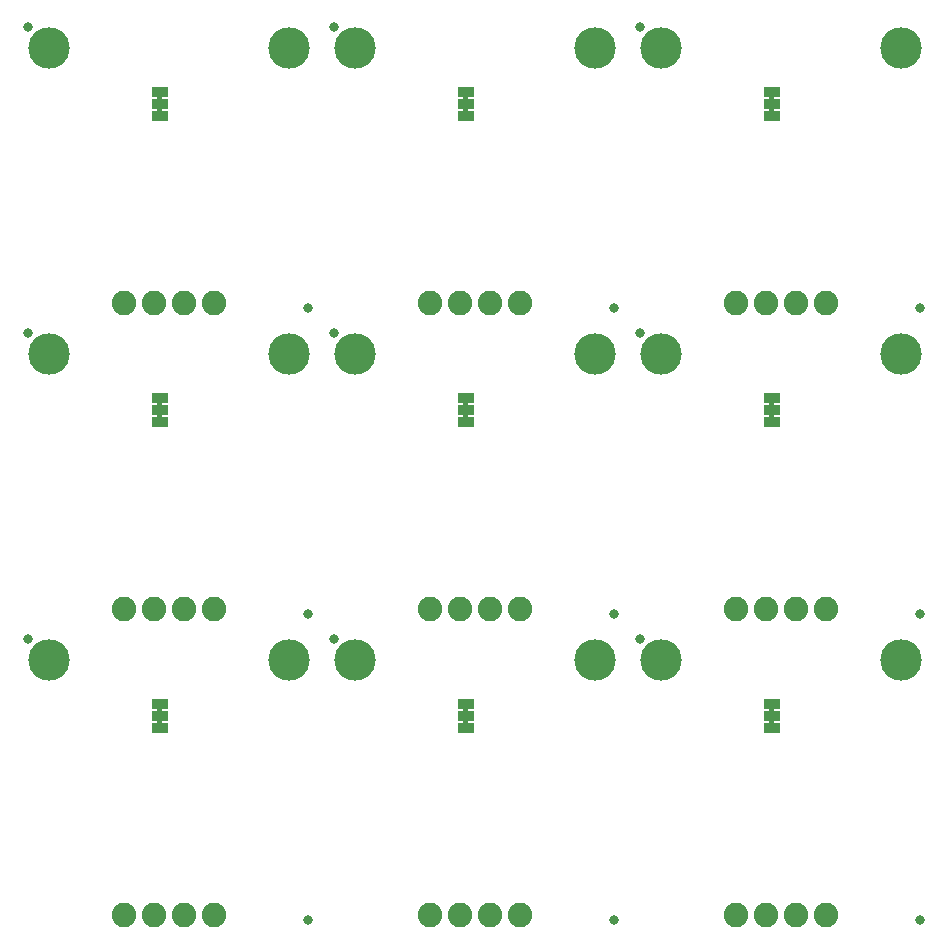
<source format=gbs>
G75*
%MOIN*%
%OFA0B0*%
%FSLAX25Y25*%
%IPPOS*%
%LPD*%
%AMOC8*
5,1,8,0,0,1.08239X$1,22.5*
%
%ADD10C,0.13800*%
%ADD11C,0.08200*%
%ADD12C,0.03300*%
%ADD13R,0.05800X0.03300*%
%ADD14C,0.00500*%
D10*
X0043342Y0118750D03*
X0123342Y0118750D03*
X0145342Y0118750D03*
X0225342Y0118750D03*
X0247342Y0118750D03*
X0327342Y0118750D03*
X0327342Y0220750D03*
X0247342Y0220750D03*
X0225342Y0220750D03*
X0145342Y0220750D03*
X0123342Y0220750D03*
X0043342Y0220750D03*
X0043342Y0322750D03*
X0123342Y0322750D03*
X0145342Y0322750D03*
X0225342Y0322750D03*
X0247342Y0322750D03*
X0327342Y0322750D03*
D11*
X0068342Y0033750D03*
X0078342Y0033750D03*
X0088342Y0033750D03*
X0098342Y0033750D03*
X0170342Y0033750D03*
X0180342Y0033750D03*
X0190342Y0033750D03*
X0200342Y0033750D03*
X0272342Y0033750D03*
X0282342Y0033750D03*
X0292342Y0033750D03*
X0302342Y0033750D03*
X0302342Y0135750D03*
X0292342Y0135750D03*
X0282342Y0135750D03*
X0272342Y0135750D03*
X0200342Y0135750D03*
X0190342Y0135750D03*
X0180342Y0135750D03*
X0170342Y0135750D03*
X0098342Y0135750D03*
X0088342Y0135750D03*
X0078342Y0135750D03*
X0068342Y0135750D03*
X0068342Y0237750D03*
X0078342Y0237750D03*
X0088342Y0237750D03*
X0098342Y0237750D03*
X0170342Y0237750D03*
X0180342Y0237750D03*
X0190342Y0237750D03*
X0200342Y0237750D03*
X0272342Y0237750D03*
X0282342Y0237750D03*
X0292342Y0237750D03*
X0302342Y0237750D03*
D12*
X0333842Y0236250D03*
X0240342Y0227750D03*
X0231842Y0236250D03*
X0138342Y0227750D03*
X0129842Y0236250D03*
X0036342Y0227750D03*
X0129842Y0134250D03*
X0138342Y0125750D03*
X0231842Y0134250D03*
X0240342Y0125750D03*
X0333842Y0134250D03*
X0333842Y0032250D03*
X0231842Y0032250D03*
X0129842Y0032250D03*
X0036342Y0125750D03*
X0036342Y0329750D03*
X0138342Y0329750D03*
X0240342Y0329750D03*
D13*
X0284342Y0308250D03*
X0284342Y0304250D03*
X0284342Y0300250D03*
X0284342Y0206250D03*
X0284342Y0202250D03*
X0284342Y0198250D03*
X0182342Y0198250D03*
X0182342Y0202250D03*
X0182342Y0206250D03*
X0182342Y0300250D03*
X0182342Y0304250D03*
X0182342Y0308250D03*
X0080342Y0308250D03*
X0080342Y0304250D03*
X0080342Y0300250D03*
X0080342Y0206250D03*
X0080342Y0202250D03*
X0080342Y0198250D03*
X0080342Y0104250D03*
X0080342Y0100250D03*
X0080342Y0096250D03*
X0182342Y0096250D03*
X0182342Y0100250D03*
X0182342Y0104250D03*
X0284342Y0104250D03*
X0284342Y0100250D03*
X0284342Y0096250D03*
D14*
X0284842Y0097500D02*
X0284842Y0103000D01*
X0283842Y0103000D01*
X0283842Y0097500D01*
X0284842Y0097500D01*
X0284842Y0097545D02*
X0283842Y0097545D01*
X0283842Y0098043D02*
X0284842Y0098043D01*
X0284842Y0098542D02*
X0283842Y0098542D01*
X0283842Y0099040D02*
X0284842Y0099040D01*
X0284842Y0099539D02*
X0283842Y0099539D01*
X0283842Y0100037D02*
X0284842Y0100037D01*
X0284842Y0100536D02*
X0283842Y0100536D01*
X0283842Y0101034D02*
X0284842Y0101034D01*
X0284842Y0101533D02*
X0283842Y0101533D01*
X0283842Y0102031D02*
X0284842Y0102031D01*
X0284842Y0102530D02*
X0283842Y0102530D01*
X0182842Y0102530D02*
X0181842Y0102530D01*
X0181842Y0103000D02*
X0182842Y0103000D01*
X0182842Y0097500D01*
X0181842Y0097500D01*
X0181842Y0103000D01*
X0181842Y0102031D02*
X0182842Y0102031D01*
X0182842Y0101533D02*
X0181842Y0101533D01*
X0181842Y0101034D02*
X0182842Y0101034D01*
X0182842Y0100536D02*
X0181842Y0100536D01*
X0181842Y0100037D02*
X0182842Y0100037D01*
X0182842Y0099539D02*
X0181842Y0099539D01*
X0181842Y0099040D02*
X0182842Y0099040D01*
X0182842Y0098542D02*
X0181842Y0098542D01*
X0181842Y0098043D02*
X0182842Y0098043D01*
X0182842Y0097545D02*
X0181842Y0097545D01*
X0080842Y0097545D02*
X0079842Y0097545D01*
X0079842Y0097500D02*
X0080842Y0097500D01*
X0080842Y0103000D01*
X0079842Y0103000D01*
X0079842Y0097500D01*
X0079842Y0098043D02*
X0080842Y0098043D01*
X0080842Y0098542D02*
X0079842Y0098542D01*
X0079842Y0099040D02*
X0080842Y0099040D01*
X0080842Y0099539D02*
X0079842Y0099539D01*
X0079842Y0100037D02*
X0080842Y0100037D01*
X0080842Y0100536D02*
X0079842Y0100536D01*
X0079842Y0101034D02*
X0080842Y0101034D01*
X0080842Y0101533D02*
X0079842Y0101533D01*
X0079842Y0102031D02*
X0080842Y0102031D01*
X0080842Y0102530D02*
X0079842Y0102530D01*
X0079842Y0199500D02*
X0080842Y0199500D01*
X0080842Y0205000D01*
X0079842Y0205000D01*
X0079842Y0199500D01*
X0079842Y0199739D02*
X0080842Y0199739D01*
X0080842Y0200238D02*
X0079842Y0200238D01*
X0079842Y0200736D02*
X0080842Y0200736D01*
X0080842Y0201235D02*
X0079842Y0201235D01*
X0079842Y0201733D02*
X0080842Y0201733D01*
X0080842Y0202232D02*
X0079842Y0202232D01*
X0079842Y0202730D02*
X0080842Y0202730D01*
X0080842Y0203229D02*
X0079842Y0203229D01*
X0079842Y0203727D02*
X0080842Y0203727D01*
X0080842Y0204226D02*
X0079842Y0204226D01*
X0079842Y0204724D02*
X0080842Y0204724D01*
X0181842Y0204724D02*
X0182842Y0204724D01*
X0182842Y0205000D02*
X0181842Y0205000D01*
X0181842Y0199500D01*
X0182842Y0199500D01*
X0182842Y0205000D01*
X0182842Y0204226D02*
X0181842Y0204226D01*
X0181842Y0203727D02*
X0182842Y0203727D01*
X0182842Y0203229D02*
X0181842Y0203229D01*
X0181842Y0202730D02*
X0182842Y0202730D01*
X0182842Y0202232D02*
X0181842Y0202232D01*
X0181842Y0201733D02*
X0182842Y0201733D01*
X0182842Y0201235D02*
X0181842Y0201235D01*
X0181842Y0200736D02*
X0182842Y0200736D01*
X0182842Y0200238D02*
X0181842Y0200238D01*
X0181842Y0199739D02*
X0182842Y0199739D01*
X0283842Y0199739D02*
X0284842Y0199739D01*
X0284842Y0199500D02*
X0284842Y0205000D01*
X0283842Y0205000D01*
X0283842Y0199500D01*
X0284842Y0199500D01*
X0284842Y0200238D02*
X0283842Y0200238D01*
X0283842Y0200736D02*
X0284842Y0200736D01*
X0284842Y0201235D02*
X0283842Y0201235D01*
X0283842Y0201733D02*
X0284842Y0201733D01*
X0284842Y0202232D02*
X0283842Y0202232D01*
X0283842Y0202730D02*
X0284842Y0202730D01*
X0284842Y0203229D02*
X0283842Y0203229D01*
X0283842Y0203727D02*
X0284842Y0203727D01*
X0284842Y0204226D02*
X0283842Y0204226D01*
X0283842Y0204724D02*
X0284842Y0204724D01*
X0284842Y0301500D02*
X0284842Y0307000D01*
X0283842Y0307000D01*
X0283842Y0301500D01*
X0284842Y0301500D01*
X0284842Y0301934D02*
X0283842Y0301934D01*
X0283842Y0302433D02*
X0284842Y0302433D01*
X0284842Y0302931D02*
X0283842Y0302931D01*
X0283842Y0303430D02*
X0284842Y0303430D01*
X0284842Y0303928D02*
X0283842Y0303928D01*
X0283842Y0304427D02*
X0284842Y0304427D01*
X0284842Y0304925D02*
X0283842Y0304925D01*
X0283842Y0305424D02*
X0284842Y0305424D01*
X0284842Y0305922D02*
X0283842Y0305922D01*
X0283842Y0306421D02*
X0284842Y0306421D01*
X0284842Y0306919D02*
X0283842Y0306919D01*
X0182842Y0306919D02*
X0181842Y0306919D01*
X0181842Y0307000D02*
X0182842Y0307000D01*
X0182842Y0301500D01*
X0181842Y0301500D01*
X0181842Y0307000D01*
X0181842Y0306421D02*
X0182842Y0306421D01*
X0182842Y0305922D02*
X0181842Y0305922D01*
X0181842Y0305424D02*
X0182842Y0305424D01*
X0182842Y0304925D02*
X0181842Y0304925D01*
X0181842Y0304427D02*
X0182842Y0304427D01*
X0182842Y0303928D02*
X0181842Y0303928D01*
X0181842Y0303430D02*
X0182842Y0303430D01*
X0182842Y0302931D02*
X0181842Y0302931D01*
X0181842Y0302433D02*
X0182842Y0302433D01*
X0182842Y0301934D02*
X0181842Y0301934D01*
X0080842Y0301934D02*
X0079842Y0301934D01*
X0079842Y0301500D02*
X0080842Y0301500D01*
X0080842Y0307000D01*
X0079842Y0307000D01*
X0079842Y0301500D01*
X0079842Y0302433D02*
X0080842Y0302433D01*
X0080842Y0302931D02*
X0079842Y0302931D01*
X0079842Y0303430D02*
X0080842Y0303430D01*
X0080842Y0303928D02*
X0079842Y0303928D01*
X0079842Y0304427D02*
X0080842Y0304427D01*
X0080842Y0304925D02*
X0079842Y0304925D01*
X0079842Y0305424D02*
X0080842Y0305424D01*
X0080842Y0305922D02*
X0079842Y0305922D01*
X0079842Y0306421D02*
X0080842Y0306421D01*
X0080842Y0306919D02*
X0079842Y0306919D01*
M02*

</source>
